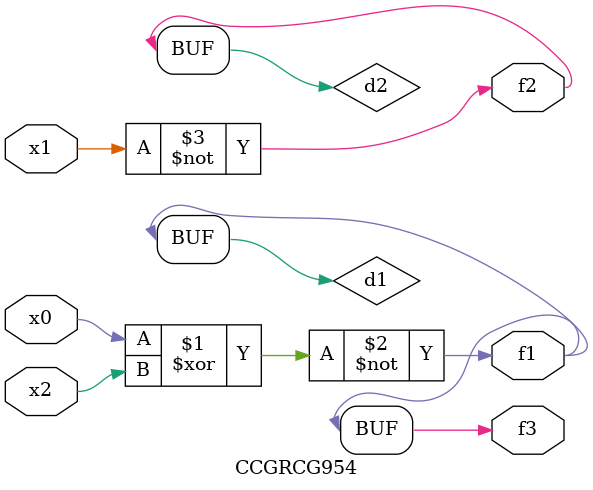
<source format=v>
module CCGRCG954(
	input x0, x1, x2,
	output f1, f2, f3
);

	wire d1, d2, d3;

	xnor (d1, x0, x2);
	nand (d2, x1);
	nor (d3, x1, x2);
	assign f1 = d1;
	assign f2 = d2;
	assign f3 = d1;
endmodule

</source>
